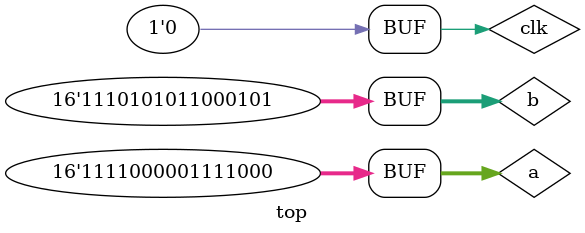
<source format=v>

module top ;

// reg [16:1] a;
// reg [16:1] b;

reg [15:0] a;
reg [15:0] b;
// reg cin;
reg clk;
	// Outputs
// wire [16:1] sum;
// wire [16:1] carry1;
// wire [16:0][1:0]carry;
wire [16:0] ans1;

// RCA16bit m1(a,b,cin,sum,cout);
addsub m2(a,b,clk,ans1);

initial
begin
    clk = 1;

    a = 16'b0000000000000000;b=16'b0000000000000000;//cin = 1'b0;
    #10
    a = 16'b0000000000000001;b=16'b0000000000000000;//cin = 1'b0;
    #10;
     a = 16'b0000000000000011;b=16'b0000000000000011;//cin = 1'b0;
     #10;
     a = 16'b0000000000001011;b=16'b0000000000000111;//cin = 1'b0;
     #10;
     a = 16'b0000001100001111;b=16'b0000000000001111;//cin = 1'b0;
     #10;
    // a = 16'd12;b=16'd24;//cin = 1'b1;
    #10;
    a = 16'b0000001100001111;b=16'b0000000000101111;//cin = 1'b0;
    #10;
    a = 16'b0000001100001111;b=16'b0000000010001011;//cin = 1'b0;
    #10;
    a = 16'b0000001100001111;b=16'b0000000000011101;//cin = 1'b0;
    #10;
    a = 16'b0000001100001111;b=16'b0000000001001111;//cin = 1'b0;
    #10;
    a = 16'b0000000001010110;b=16'b0000000001011101;//cin = 1'b0;
    #10;
    a = 16'd5560;b=16'd8101;//cin = 1'b0;
    #10;
    a = 16'd61560;b=16'd60101;//cin = 1'b0;
    #10;
    // b = !b;
    clk = 0;


end

initial
begin
// $monitor("time = %2d,")
$monitor("time = %2d,   a=%d, b=%d, Ans=%b", $time,a, b,ans1);
$dumpfile("addsub1.vcd");
$dumpvars(0,top);
end

endmodule

</source>
